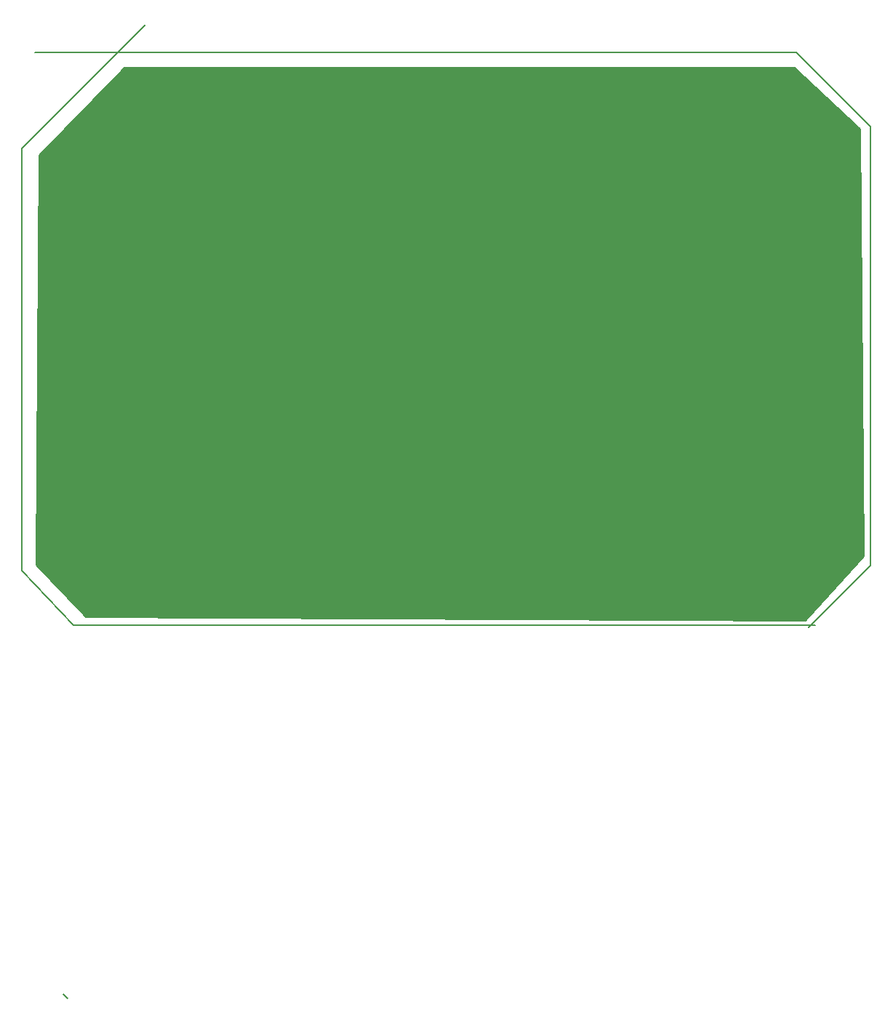
<source format=gbr>
G04 #@! TF.GenerationSoftware,KiCad,Pcbnew,5.0.2-bee76a0~70~ubuntu18.04.1*
G04 #@! TF.CreationDate,2018-12-21T16:27:28-06:00*
G04 #@! TF.ProjectId,pcb,7063622e-6b69-4636-9164-5f7063625858,rev?*
G04 #@! TF.SameCoordinates,Original*
G04 #@! TF.FileFunction,Other,ECO1*
%FSLAX46Y46*%
G04 Gerber Fmt 4.6, Leading zero omitted, Abs format (unit mm)*
G04 Created by KiCad (PCBNEW 5.0.2-bee76a0~70~ubuntu18.04.1) date Fri 21 Dec 2018 04:27:28 PM CST*
%MOMM*%
%LPD*%
G01*
G04 APERTURE LIST*
%ADD10C,0.200000*%
%ADD11C,0.254000*%
G04 APERTURE END LIST*
D10*
X167005000Y-194310000D02*
X80645000Y-194310000D01*
X74676000Y-138811000D02*
X89027000Y-124460000D01*
X74676000Y-183896000D02*
X74676000Y-138811000D01*
X74676000Y-187960000D02*
X74676000Y-183896000D01*
X80645000Y-194310000D02*
X74676000Y-187960000D01*
X80010000Y-237744000D02*
X79502000Y-237236000D01*
X173482000Y-187325000D02*
X166243000Y-194564000D01*
X173482000Y-136271000D02*
X173482000Y-187325000D01*
X164846000Y-127635000D02*
X173482000Y-136271000D01*
X76200000Y-127635000D02*
X164846000Y-127635000D01*
D11*
G36*
X172212422Y-136580538D02*
X172592622Y-186260069D01*
X165806308Y-193674745D01*
X82096431Y-193294246D01*
X76327408Y-187274396D01*
X76707592Y-139624630D01*
X86541014Y-129413000D01*
X164541898Y-129413000D01*
X172212422Y-136580538D01*
X172212422Y-136580538D01*
G37*
X172212422Y-136580538D02*
X172592622Y-186260069D01*
X165806308Y-193674745D01*
X82096431Y-193294246D01*
X76327408Y-187274396D01*
X76707592Y-139624630D01*
X86541014Y-129413000D01*
X164541898Y-129413000D01*
X172212422Y-136580538D01*
M02*

</source>
